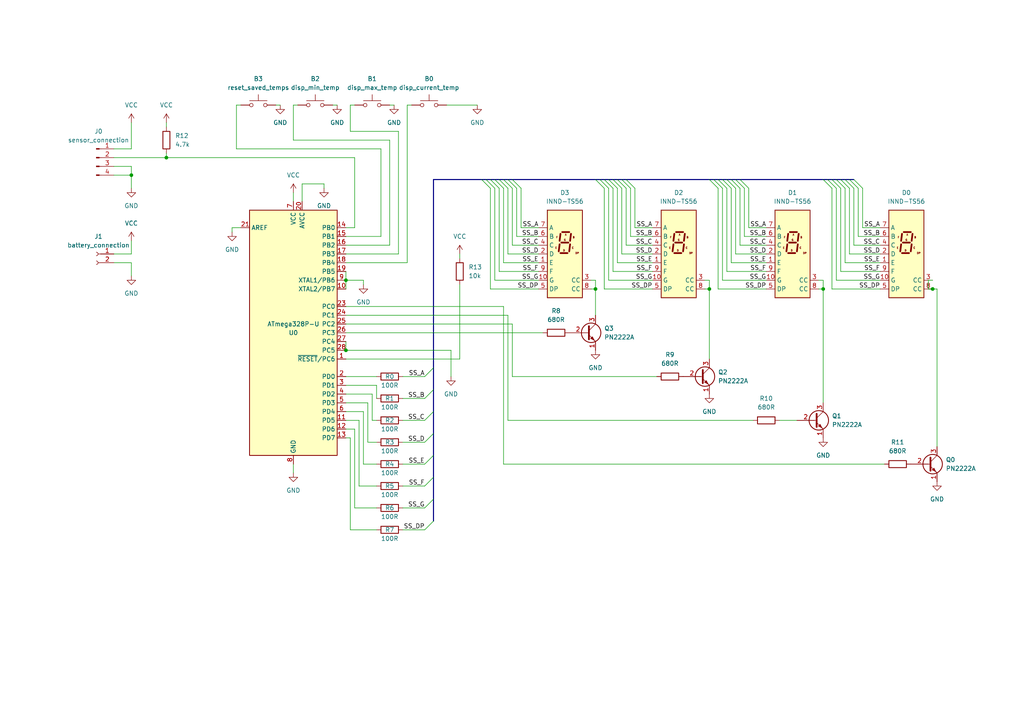
<source format=kicad_sch>
(kicad_sch (version 20211123) (generator eeschema)
  (paper "A4")
  (title_block (title "Digital Min/Max Thermometer") (date "2022-05-17") (rev "1"))
  (lib_symbols
    (symbol "Connector:Conn_01x02_Female" (pin_names (offset 1.016) hide)
      (property "Reference" "J" (at 0 2.54 0))
      (property "Value" "Conn_01x02_Female" (at 0 -5.08 0))
      (symbol "Conn_01x02_Female_1_1"
        (arc (start 0 -2.032) (mid -0.508 -2.54) (end 0 -3.048) (stroke (width 0.1524)))
        (polyline (pts (xy -1.27 -2.54) (xy -0.508 -2.54)) (stroke (width 0.1524)))
        (polyline (pts (xy -1.27 0) (xy -0.508 0)) (stroke (width 0.1524)))
        (arc (start 0 0.508) (mid -0.508 0) (end 0 -0.508) (stroke (width 0.1524)))
        (pin passive line (at -5.08 0 0) (length 3.81) (name "Pin_1") (number "1"))
        (pin passive line (at -5.08 -2.54 0) (length 3.81) (name "Pin_2") (number "2"))
      )
    )
    (symbol "Connector:Conn_01x04_Male" (pin_names (offset 1.016) hide)
      (property "Reference" "J" (at 0 5.08 0))
      (property "Value" "Conn_01x04_Male" (at 0 -7.62 0))
      (symbol "Conn_01x04_Male_1_1"
        (polyline (pts (xy 1.27 -5.08) (xy 0.8636 -5.08)) (stroke (width 0.1524)))
        (polyline (pts (xy 1.27 -2.54) (xy 0.8636 -2.54)) (stroke (width 0.1524)))
        (polyline (pts (xy 1.27 0) (xy 0.8636 0)) (stroke (width 0.1524)))
        (polyline (pts (xy 1.27 2.54) (xy 0.8636 2.54)) (stroke (width 0.1524)))
        (rectangle (start 0.8636 -4.953) (end 0 -5.207) (stroke (width 0.1524)) (fill (type outline)))
        (rectangle (start 0.8636 -2.413) (end 0 -2.667) (stroke (width 0.1524)) (fill (type outline)))
        (rectangle (start 0.8636 0.127) (end 0 -0.127) (stroke (width 0.1524)) (fill (type outline)))
        (rectangle (start 0.8636 2.667) (end 0 2.413) (stroke (width 0.1524)) (fill (type outline)))
        (pin passive line (at 5.08 2.54 180) (length 3.81) (name "Pin_1") (number "1"))
        (pin passive line (at 5.08 0 180) (length 3.81) (name "Pin_2") (number "2"))
        (pin passive line (at 5.08 -2.54 180) (length 3.81) (name "Pin_3") (number "3"))
        (pin passive line (at 5.08 -5.08 180) (length 3.81) (name "Pin_4") (number "4"))
      )
    )
    (symbol "Device:R" (pin_numbers hide) (pin_names (offset 0))
      (property "Reference" "R" (at 2.032 0 90))
      (property "Value" "R" (at 0 0 90))
      (symbol "R_0_1"
        (rectangle (start -1.016 -2.54) (end 1.016 2.54) (stroke (width 0.254)))
      )
      (symbol "R_1_1"
        (pin passive line (at 0 3.81 270) (length 1.27) (name "~") (number "1"))
        (pin passive line (at 0 -3.81 90) (length 1.27) (name "~") (number "2"))
      )
    )
    (symbol "Display_Character:D168K"
      (property "Reference" "U" (at -2.54 13.97 0))
      (property "Value" "D168K" (at 1.27 13.97 0))
      (symbol "D168K_0_0"
        (text "A" (at 0.254 5.588 0) (effects (font (size 0.508 0.508))))
        (text "B" (at 2.54 4.826 0) (effects (font (size 0.508 0.508))))
        (text "C" (at 2.286 1.778 0) (effects (font (size 0.508 0.508))))
        (text "D" (at -0.254 1.016 0) (effects (font (size 0.508 0.508))))
        (text "DP" (at 3.556 0.254 0) (effects (font (size 0.508 0.508))))
        (text "E" (at -2.54 1.778 0) (effects (font (size 0.508 0.508))))
        (text "F" (at -2.286 4.826 0) (effects (font (size 0.508 0.508))))
        (text "G" (at 0 4.064 0) (effects (font (size 0.508 0.508))))
      )
      (symbol "D168K_0_1"
        (rectangle (start -5.08 12.7) (end 5.08 -12.7) (stroke (width 0.254)) (fill (type background)))
        (polyline (pts (xy -1.524 2.794) (xy -1.778 0.762)) (stroke (width 0.508)))
        (polyline (pts (xy -1.27 0.254) (xy 0.762 0.254)) (stroke (width 0.508)))
        (polyline (pts (xy -1.27 5.842) (xy -1.524 3.81)) (stroke (width 0.508)))
        (polyline (pts (xy -1.016 3.302) (xy 1.016 3.302)) (stroke (width 0.508)))
        (polyline (pts (xy -0.762 6.35) (xy 1.27 6.35)) (stroke (width 0.508)))
        (polyline (pts (xy 1.524 2.794) (xy 1.27 0.762)) (stroke (width 0.508)))
        (polyline (pts (xy 1.778 5.842) (xy 1.524 3.81)) (stroke (width 0.508)))
        (polyline (pts (xy 2.54 0.254) (xy 2.54 0.254)) (stroke (width 0.508)))
      )
      (symbol "D168K_1_1"
        (pin input line (at -7.62 -2.54 0) (length 2.54) (name "E") (number "1"))
        (pin input line (at -7.62 -7.62 0) (length 2.54) (name "G") (number "10"))
        (pin input line (at -7.62 0 0) (length 2.54) (name "D") (number "2"))
        (pin input line (at 7.62 -7.62 180) (length 2.54) (name "CC") (number "3"))
        (pin input line (at -7.62 2.54 0) (length 2.54) (name "C") (number "4"))
        (pin input line (at -7.62 -10.16 0) (length 2.54) (name "DP") (number "5"))
        (pin input line (at -7.62 5.08 0) (length 2.54) (name "B") (number "6"))
        (pin input line (at -7.62 7.62 0) (length 2.54) (name "A") (number "7"))
        (pin input line (at 7.62 -10.16 180) (length 2.54) (name "CC") (number "8"))
        (pin input line (at -7.62 -5.08 0) (length 2.54) (name "F") (number "9"))
      )
    )
    (symbol "MCU_Microchip_ATmega:ATmega328P-P"
      (property "Reference" "U" (at -12.7 36.83 0))
      (property "Value" "ATmega328P-P" (at 2.54 -36.83 0))
      (symbol "ATmega328P-P_0_1"
        (rectangle (start -12.7 -35.56) (end 12.7 35.56) (stroke (width 0.254)) (fill (type background)))
      )
      (symbol "ATmega328P-P_1_1"
        (pin bidirectional line (at 15.24 -7.62 180) (length 2.54) (name "~{RESET}/PC6") (number "1"))
        (pin bidirectional line (at 15.24 12.7 180) (length 2.54) (name "XTAL2/PB7") (number "10"))
        (pin bidirectional line (at 15.24 -25.4 180) (length 2.54) (name "PD5") (number "11"))
        (pin bidirectional line (at 15.24 -27.94 180) (length 2.54) (name "PD6") (number "12"))
        (pin bidirectional line (at 15.24 -30.48 180) (length 2.54) (name "PD7") (number "13"))
        (pin bidirectional line (at 15.24 30.48 180) (length 2.54) (name "PB0") (number "14"))
        (pin bidirectional line (at 15.24 27.94 180) (length 2.54) (name "PB1") (number "15"))
        (pin bidirectional line (at 15.24 25.4 180) (length 2.54) (name "PB2") (number "16"))
        (pin bidirectional line (at 15.24 22.86 180) (length 2.54) (name "PB3") (number "17"))
        (pin bidirectional line (at 15.24 20.32 180) (length 2.54) (name "PB4") (number "18"))
        (pin bidirectional line (at 15.24 17.78 180) (length 2.54) (name "PB5") (number "19"))
        (pin bidirectional line (at 15.24 -12.7 180) (length 2.54) (name "PD0") (number "2"))
        (pin power_in line (at 2.54 38.1 270) (length 2.54) (name "AVCC") (number "20"))
        (pin passive line (at -15.24 30.48 0) (length 2.54) (name "AREF") (number "21"))
        (pin passive line (at 0 -38.1 90) (length 2.54) hide (name "GND") (number "22"))
        (pin bidirectional line (at 15.24 7.62 180) (length 2.54) (name "PC0") (number "23"))
        (pin bidirectional line (at 15.24 5.08 180) (length 2.54) (name "PC1") (number "24"))
        (pin bidirectional line (at 15.24 2.54 180) (length 2.54) (name "PC2") (number "25"))
        (pin bidirectional line (at 15.24 0 180) (length 2.54) (name "PC3") (number "26"))
        (pin bidirectional line (at 15.24 -2.54 180) (length 2.54) (name "PC4") (number "27"))
        (pin bidirectional line (at 15.24 -5.08 180) (length 2.54) (name "PC5") (number "28"))
        (pin bidirectional line (at 15.24 -15.24 180) (length 2.54) (name "PD1") (number "3"))
        (pin bidirectional line (at 15.24 -17.78 180) (length 2.54) (name "PD2") (number "4"))
        (pin bidirectional line (at 15.24 -20.32 180) (length 2.54) (name "PD3") (number "5"))
        (pin bidirectional line (at 15.24 -22.86 180) (length 2.54) (name "PD4") (number "6"))
        (pin power_in line (at 0 38.1 270) (length 2.54) (name "VCC") (number "7"))
        (pin power_in line (at 0 -38.1 90) (length 2.54) (name "GND") (number "8"))
        (pin bidirectional line (at 15.24 15.24 180) (length 2.54) (name "XTAL1/PB6") (number "9"))
      )
    )
    (symbol "Switch:SW_Push" (pin_numbers hide) (pin_names (offset 1.016) hide)
      (property "Reference" "SW" (at 1.27 2.54 0))
      (property "Value" "SW_Push" (at 0 -1.524 0))
      (symbol "SW_Push_0_1"
        (circle (center -2.032 0) (radius 0.508))
        (polyline (pts (xy 0 1.27) (xy 0 3.048)))
        (polyline (pts (xy 2.54 1.27) (xy -2.54 1.27)))
        (circle (center 2.032 0) (radius 0.508))
        (pin passive line (at -5.08 0 0) (length 2.54) (name "1") (number "1"))
        (pin passive line (at 5.08 0 180) (length 2.54) (name "2") (number "2"))
      )
    )
    (symbol "Transistor_BJT:PN2222A" (pin_names (offset 0) hide)
      (property "Reference" "Q" (at 5.08 1.905 0))
      (property "Value" "PN2222A" (at 5.08 0 0))
      (symbol "PN2222A_0_1"
        (polyline (pts (xy 0 0) (xy 0.635 0)))
        (polyline (pts (xy 2.54 -2.54) (xy 0.635 -0.635)))
        (polyline (pts (xy 2.54 2.54) (xy 0.635 0.635)))
        (polyline (pts (xy 0.635 1.905) (xy 0.635 -1.905) (xy 0.635 -1.905)) (stroke (width 0.508)))
        (polyline (pts (xy 2.413 -2.413) (xy 1.905 -1.905) (xy 1.905 -1.905)))
        (polyline (pts (xy 1.143 -1.651) (xy 1.651 -1.143) (xy 2.159 -2.159) (xy 1.143 -1.651) (xy 1.143 -1.651)) (fill (type outline)))
        (circle (center 1.27 0) (radius 2.8194) (stroke (width 0.254)))
      )
      (symbol "PN2222A_1_1"
        (pin passive line (at 2.54 -5.08 90) (length 2.54) (name "E") (number "1"))
        (pin input line (at -5.08 0 0) (length 5.08) (name "B") (number "2"))
        (pin passive line (at 2.54 5.08 270) (length 2.54) (name "C") (number "3"))
      )
    )
    (symbol "power:GND" (power) (pin_names (offset 0))
      (property "Value" "GND" (at 0 -3.81 0))
      (symbol "GND_0_1"
        (polyline (pts (xy 0 0) (xy 0 -1.27) (xy 1.27 -1.27) (xy 0 -2.54) (xy -1.27 -1.27) (xy 0 -1.27)))
      )
      (symbol "GND_1_1"
        (pin power_in line (at 0 0 270) (length 0) hide (name "GND") (number "1"))
      )
    )
    (symbol "power:VCC" (power) (pin_names (offset 0))
      (property "Value" "VCC" (at 0 3.81 0))
      (symbol "VCC_0_1"
        (polyline (pts (xy -0.762 1.27) (xy 0 2.54)))
        (polyline (pts (xy 0 0) (xy 0 2.54)))
        (polyline (pts (xy 0 2.54) (xy 0.762 1.27)))
      )
      (symbol "VCC_1_1"
        (pin power_in line (at 0 0 90) (length 0) hide (name "VCC") (number "1"))
      )
    )
  )
  (junction (at 100.33 81.28))
  (junction (at 48.26 45.72))
  (junction (at 270.51 83.82))
  (junction (at 238.76 83.82))
  (junction (at 205.74 83.82))
  (junction (at 100.33 101.6))
  (junction (at 38.1 50.8))
  (junction (at 172.72 83.82))
  (bus_entry (at 208.28 54.61) (size -2.54 -2.54))
  (bus_entry (at 209.55 54.61) (size -2.54 -2.54))
  (bus_entry (at 181.61 54.61) (size -2.54 -2.54))
  (bus_entry (at 182.88 54.61) (size -2.54 -2.54))
  (bus_entry (at 184.15 54.61) (size -2.54 -2.54))
  (bus_entry (at 175.26 54.61) (size -2.54 -2.54))
  (bus_entry (at 177.8 54.61) (size -2.54 -2.54))
  (bus_entry (at 176.53 54.61) (size -2.54 -2.54))
  (bus_entry (at 179.07 54.61) (size -2.54 -2.54))
  (bus_entry (at 180.34 54.61) (size -2.54 -2.54))
  (bus_entry (at 142.24 54.61) (size -2.54 -2.54))
  (bus_entry (at 143.51 54.61) (size -2.54 -2.54))
  (bus_entry (at 144.78 54.61) (size -2.54 -2.54))
  (bus_entry (at 146.05 54.61) (size -2.54 -2.54))
  (bus_entry (at 147.32 54.61) (size -2.54 -2.54))
  (bus_entry (at 148.59 54.61) (size -2.54 -2.54))
  (bus_entry (at 149.86 54.61) (size -2.54 -2.54))
  (bus_entry (at 151.13 54.61) (size -2.54 -2.54))
  (bus_entry (at 210.82 54.61) (size -2.54 -2.54))
  (bus_entry (at 212.09 54.61) (size -2.54 -2.54))
  (bus_entry (at 213.36 54.61) (size -2.54 -2.54))
  (bus_entry (at 214.63 54.61) (size -2.54 -2.54))
  (bus_entry (at 215.9 54.61) (size -2.54 -2.54))
  (bus_entry (at 217.17 54.61) (size -2.54 -2.54))
  (bus_entry (at 241.3 54.61) (size -2.54 -2.54))
  (bus_entry (at 242.57 54.61) (size -2.54 -2.54))
  (bus_entry (at 243.84 54.61) (size -2.54 -2.54))
  (bus_entry (at 245.11 54.61) (size -2.54 -2.54))
  (bus_entry (at 246.38 54.61) (size -2.54 -2.54))
  (bus_entry (at 247.65 54.61) (size -2.54 -2.54))
  (bus_entry (at 248.92 54.61) (size -2.54 -2.54))
  (bus_entry (at 250.19 54.61) (size -2.54 -2.54))
  (bus_entry (at 123.19 115.57) (size 2.54 -2.54))
  (bus_entry (at 123.19 109.22) (size 2.54 -2.54))
  (bus_entry (at 123.19 134.62) (size 2.54 -2.54))
  (bus_entry (at 123.19 140.97) (size 2.54 -2.54))
  (bus_entry (at 123.19 128.27) (size 2.54 -2.54))
  (bus_entry (at 123.19 121.92) (size 2.54 -2.54))
  (bus_entry (at 123.19 147.32) (size 2.54 -2.54))
  (bus_entry (at 123.19 153.67) (size 2.54 -2.54))
  (wire (pts (xy 148.59 54.61) (xy 148.59 71.12)))
  (wire (pts (xy 100.33 66.04) (xy 102.87 66.04)))
  (wire (pts (xy 175.26 54.61) (xy 175.26 83.82)))
  (wire (pts (xy 171.45 81.28) (xy 172.72 81.28)))
  (wire (pts (xy 106.68 116.84) (xy 106.68 128.27)))
  (wire (pts (xy 246.38 73.66) (xy 255.27 73.66)))
  (wire (pts (xy 144.78 78.74) (xy 144.78 54.61)))
  (wire (pts (xy 100.33 124.46) (xy 102.87 124.46)))
  (wire (pts (xy 146.05 88.9) (xy 100.33 88.9)))
  (wire (pts (xy 204.47 83.82) (xy 205.74 83.82)))
  (wire (pts (xy 177.8 78.74) (xy 189.23 78.74)))
  (wire (pts (xy 38.1 48.26) (xy 38.1 50.8)))
  (wire (pts (xy 101.6 30.48) (xy 101.6 38.1)))
  (wire (pts (xy 171.45 83.82) (xy 172.72 83.82)))
  (wire (pts (xy 38.1 50.8) (xy 38.1 54.61)))
  (wire (pts (xy 248.92 54.61) (xy 248.92 68.58)))
  (wire (pts (xy 142.24 83.82) (xy 156.21 83.82)))
  (wire (pts (xy 147.32 73.66) (xy 156.21 73.66)))
  (wire (pts (xy 93.98 53.34) (xy 93.98 54.61)))
  (wire (pts (xy 149.86 54.61) (xy 149.86 68.58)))
  (bus (pts (xy 238.76 52.07) (xy 240.03 52.07)))
  (wire (pts (xy 215.9 54.61) (xy 215.9 68.58)))
  (wire (pts (xy 214.63 71.12) (xy 222.25 71.12)))
  (wire (pts (xy 80.01 30.48) (xy 81.28 30.48)))
  (wire (pts (xy 209.55 54.61) (xy 209.55 81.28)))
  (bus (pts (xy 246.38 52.07) (xy 247.65 52.07)))
  (bus (pts (xy 125.73 106.68) (xy 125.73 113.03)))
  (bus (pts (xy 207.01 52.07) (xy 208.28 52.07)))
  (wire (pts (xy 100.33 96.52) (xy 157.48 96.52)))
  (wire (pts (xy 151.13 66.04) (xy 156.21 66.04)))
  (bus (pts (xy 125.73 113.03) (xy 125.73 119.38)))
  (wire (pts (xy 105.41 81.28) (xy 105.41 82.55)))
  (wire (pts (xy 116.84 128.27) (xy 123.19 128.27)))
  (wire (pts (xy 146.05 76.2) (xy 146.05 54.61)))
  (wire (pts (xy 68.58 43.18) (xy 110.49 43.18)))
  (wire (pts (xy 151.13 54.61) (xy 151.13 66.04)))
  (wire (pts (xy 33.02 48.26) (xy 38.1 48.26)))
  (wire (pts (xy 116.84 153.67) (xy 123.19 153.67)))
  (wire (pts (xy 133.35 74.93) (xy 133.35 73.66)))
  (wire (pts (xy 181.61 71.12) (xy 189.23 71.12)))
  (wire (pts (xy 215.9 68.58) (xy 222.25 68.58)))
  (wire (pts (xy 67.31 66.04) (xy 67.31 67.31)))
  (bus (pts (xy 173.99 52.07) (xy 175.26 52.07)))
  (wire (pts (xy 100.33 116.84) (xy 106.68 116.84)))
  (bus (pts (xy 125.73 52.07) (xy 139.7 52.07)))
  (bus (pts (xy 181.61 52.07) (xy 205.74 52.07)))
  (wire (pts (xy 100.33 76.2) (xy 118.11 76.2)))
  (wire (pts (xy 48.26 35.56) (xy 48.26 36.83)))
  (wire (pts (xy 85.09 55.88) (xy 85.09 58.42)))
  (wire (pts (xy 146.05 134.62) (xy 256.54 134.62)))
  (wire (pts (xy 147.32 54.61) (xy 147.32 73.66)))
  (wire (pts (xy 33.02 73.66) (xy 38.1 73.66)))
  (wire (pts (xy 100.33 101.6) (xy 130.81 101.6)))
  (wire (pts (xy 85.09 40.64) (xy 113.03 40.64)))
  (wire (pts (xy 208.28 83.82) (xy 222.25 83.82)))
  (wire (pts (xy 184.15 54.61) (xy 184.15 66.04)))
  (bus (pts (xy 208.28 52.07) (xy 209.55 52.07)))
  (wire (pts (xy 204.47 81.28) (xy 205.74 81.28)))
  (bus (pts (xy 148.59 52.07) (xy 172.72 52.07)))
  (wire (pts (xy 241.3 54.61) (xy 241.3 83.82)))
  (wire (pts (xy 33.02 45.72) (xy 48.26 45.72)))
  (wire (pts (xy 177.8 78.74) (xy 177.8 54.61)))
  (bus (pts (xy 146.05 52.07) (xy 147.32 52.07)))
  (wire (pts (xy 270.51 83.82) (xy 269.24 83.82)))
  (wire (pts (xy 250.19 66.04) (xy 255.27 66.04)))
  (wire (pts (xy 116.84 134.62) (xy 123.19 134.62)))
  (wire (pts (xy 110.49 43.18) (xy 110.49 68.58)))
  (wire (pts (xy 100.33 109.22) (xy 109.22 109.22)))
  (wire (pts (xy 271.78 83.82) (xy 271.78 129.54)))
  (wire (pts (xy 209.55 81.28) (xy 222.25 81.28)))
  (bus (pts (xy 143.51 52.07) (xy 144.78 52.07)))
  (wire (pts (xy 69.85 30.48) (xy 68.58 30.48)))
  (bus (pts (xy 125.73 138.43) (xy 125.73 144.78)))
  (wire (pts (xy 105.41 134.62) (xy 109.22 134.62)))
  (wire (pts (xy 113.03 40.64) (xy 113.03 71.12)))
  (wire (pts (xy 147.32 121.92) (xy 218.44 121.92)))
  (bus (pts (xy 125.73 52.07) (xy 125.73 106.68)))
  (wire (pts (xy 113.03 71.12) (xy 100.33 71.12)))
  (wire (pts (xy 69.85 66.04) (xy 67.31 66.04)))
  (wire (pts (xy 250.19 54.61) (xy 250.19 66.04)))
  (bus (pts (xy 179.07 52.07) (xy 180.34 52.07)))
  (bus (pts (xy 139.7 52.07) (xy 140.97 52.07)))
  (wire (pts (xy 102.87 30.48) (xy 101.6 30.48)))
  (wire (pts (xy 270.51 81.28) (xy 269.24 81.28)))
  (wire (pts (xy 182.88 54.61) (xy 182.88 68.58)))
  (wire (pts (xy 241.3 83.82) (xy 255.27 83.82)))
  (wire (pts (xy 242.57 54.61) (xy 242.57 81.28)))
  (wire (pts (xy 175.26 83.82) (xy 189.23 83.82)))
  (wire (pts (xy 238.76 81.28) (xy 238.76 83.82)))
  (bus (pts (xy 243.84 52.07) (xy 245.11 52.07)))
  (wire (pts (xy 246.38 54.61) (xy 246.38 73.66)))
  (bus (pts (xy 144.78 52.07) (xy 146.05 52.07)))
  (wire (pts (xy 182.88 68.58) (xy 189.23 68.58)))
  (wire (pts (xy 180.34 54.61) (xy 180.34 73.66)))
  (wire (pts (xy 107.95 121.92) (xy 109.22 121.92)))
  (wire (pts (xy 101.6 153.67) (xy 109.22 153.67)))
  (wire (pts (xy 106.68 128.27) (xy 109.22 128.27)))
  (wire (pts (xy 172.72 83.82) (xy 172.72 91.44)))
  (wire (pts (xy 85.09 134.62) (xy 85.09 137.16)))
  (wire (pts (xy 68.58 30.48) (xy 68.58 43.18)))
  (wire (pts (xy 237.49 83.82) (xy 238.76 83.82)))
  (wire (pts (xy 180.34 73.66) (xy 189.23 73.66)))
  (wire (pts (xy 102.87 124.46) (xy 102.87 147.32)))
  (wire (pts (xy 100.33 127) (xy 101.6 127)))
  (wire (pts (xy 148.59 71.12) (xy 156.21 71.12)))
  (wire (pts (xy 104.14 121.92) (xy 104.14 140.97)))
  (wire (pts (xy 146.05 134.62) (xy 146.05 88.9)))
  (wire (pts (xy 129.54 30.48) (xy 138.43 30.48)))
  (wire (pts (xy 148.59 109.22) (xy 190.5 109.22)))
  (wire (pts (xy 238.76 83.82) (xy 238.76 116.84)))
  (wire (pts (xy 100.33 114.3) (xy 107.95 114.3)))
  (wire (pts (xy 184.15 66.04) (xy 189.23 66.04)))
  (wire (pts (xy 109.22 111.76) (xy 109.22 115.57)))
  (bus (pts (xy 245.11 52.07) (xy 246.38 52.07)))
  (wire (pts (xy 247.65 71.12) (xy 255.27 71.12)))
  (wire (pts (xy 176.53 81.28) (xy 189.23 81.28)))
  (wire (pts (xy 237.49 81.28) (xy 238.76 81.28)))
  (wire (pts (xy 217.17 54.61) (xy 217.17 66.04)))
  (wire (pts (xy 38.1 50.8) (xy 33.02 50.8)))
  (wire (pts (xy 210.82 78.74) (xy 222.25 78.74)))
  (wire (pts (xy 100.33 91.44) (xy 147.32 91.44)))
  (wire (pts (xy 245.11 76.2) (xy 255.27 76.2)))
  (bus (pts (xy 210.82 52.07) (xy 212.09 52.07)))
  (wire (pts (xy 86.36 30.48) (xy 85.09 30.48)))
  (wire (pts (xy 179.07 76.2) (xy 179.07 54.61)))
  (wire (pts (xy 116.84 115.57) (xy 123.19 115.57)))
  (wire (pts (xy 115.57 38.1) (xy 115.57 73.66)))
  (wire (pts (xy 212.09 76.2) (xy 222.25 76.2)))
  (wire (pts (xy 102.87 45.72) (xy 102.87 66.04)))
  (wire (pts (xy 205.74 83.82) (xy 205.74 104.14)))
  (wire (pts (xy 269.24 81.28) (xy 269.24 83.82)))
  (wire (pts (xy 271.78 83.82) (xy 270.51 83.82)))
  (wire (pts (xy 104.14 140.97) (xy 109.22 140.97)))
  (wire (pts (xy 33.02 76.2) (xy 38.1 76.2)))
  (wire (pts (xy 205.74 81.28) (xy 205.74 83.82)))
  (wire (pts (xy 133.35 82.55) (xy 133.35 104.14)))
  (wire (pts (xy 176.53 54.61) (xy 176.53 81.28)))
  (bus (pts (xy 209.55 52.07) (xy 210.82 52.07)))
  (wire (pts (xy 48.26 45.72) (xy 102.87 45.72)))
  (wire (pts (xy 247.65 54.61) (xy 247.65 71.12)))
  (wire (pts (xy 118.11 76.2) (xy 118.11 30.48)))
  (wire (pts (xy 85.09 30.48) (xy 85.09 40.64)))
  (wire (pts (xy 143.51 54.61) (xy 143.51 81.28)))
  (bus (pts (xy 180.34 52.07) (xy 181.61 52.07)))
  (bus (pts (xy 125.73 144.78) (xy 125.73 151.13)))
  (wire (pts (xy 102.87 147.32) (xy 109.22 147.32)))
  (bus (pts (xy 177.8 52.07) (xy 179.07 52.07)))
  (wire (pts (xy 142.24 54.61) (xy 142.24 83.82)))
  (wire (pts (xy 105.41 119.38) (xy 105.41 134.62)))
  (wire (pts (xy 115.57 73.66) (xy 100.33 73.66)))
  (bus (pts (xy 240.03 52.07) (xy 241.3 52.07)))
  (wire (pts (xy 213.36 73.66) (xy 222.25 73.66)))
  (wire (pts (xy 144.78 78.74) (xy 156.21 78.74)))
  (bus (pts (xy 125.73 132.08) (xy 125.73 138.43)))
  (wire (pts (xy 101.6 38.1) (xy 115.57 38.1)))
  (wire (pts (xy 149.86 68.58) (xy 156.21 68.58)))
  (wire (pts (xy 181.61 54.61) (xy 181.61 71.12)))
  (wire (pts (xy 96.52 30.48) (xy 97.79 30.48)))
  (wire (pts (xy 116.84 147.32) (xy 123.19 147.32)))
  (wire (pts (xy 214.63 54.61) (xy 214.63 71.12)))
  (wire (pts (xy 113.03 30.48) (xy 114.3 30.48)))
  (wire (pts (xy 87.63 58.42) (xy 87.63 53.34)))
  (bus (pts (xy 125.73 119.38) (xy 125.73 125.73)))
  (bus (pts (xy 242.57 52.07) (xy 243.84 52.07)))
  (wire (pts (xy 100.33 81.28) (xy 100.33 83.82)))
  (wire (pts (xy 172.72 81.28) (xy 172.72 83.82)))
  (wire (pts (xy 148.59 109.22) (xy 148.59 93.98)))
  (wire (pts (xy 100.33 119.38) (xy 105.41 119.38)))
  (wire (pts (xy 116.84 121.92) (xy 123.19 121.92)))
  (bus (pts (xy 213.36 52.07) (xy 214.63 52.07)))
  (bus (pts (xy 212.09 52.07) (xy 213.36 52.07)))
  (wire (pts (xy 100.33 81.28) (xy 105.41 81.28)))
  (wire (pts (xy 33.02 43.18) (xy 38.1 43.18)))
  (wire (pts (xy 210.82 78.74) (xy 210.82 54.61)))
  (bus (pts (xy 214.63 52.07) (xy 238.76 52.07)))
  (wire (pts (xy 147.32 121.92) (xy 147.32 91.44)))
  (wire (pts (xy 100.33 111.76) (xy 109.22 111.76)))
  (wire (pts (xy 87.63 53.34) (xy 93.98 53.34)))
  (bus (pts (xy 172.72 52.07) (xy 173.99 52.07)))
  (wire (pts (xy 48.26 44.45) (xy 48.26 45.72)))
  (wire (pts (xy 148.59 93.98) (xy 100.33 93.98)))
  (wire (pts (xy 208.28 54.61) (xy 208.28 83.82)))
  (wire (pts (xy 213.36 54.61) (xy 213.36 73.66)))
  (bus (pts (xy 175.26 52.07) (xy 176.53 52.07)))
  (wire (pts (xy 143.51 81.28) (xy 156.21 81.28)))
  (bus (pts (xy 241.3 52.07) (xy 242.57 52.07)))
  (bus (pts (xy 140.97 52.07) (xy 142.24 52.07)))
  (wire (pts (xy 243.84 78.74) (xy 243.84 54.61)))
  (wire (pts (xy 101.6 127) (xy 101.6 153.67)))
  (wire (pts (xy 248.92 68.58) (xy 255.27 68.58)))
  (wire (pts (xy 100.33 104.14) (xy 133.35 104.14)))
  (wire (pts (xy 217.17 66.04) (xy 222.25 66.04)))
  (bus (pts (xy 176.53 52.07) (xy 177.8 52.07)))
  (wire (pts (xy 116.84 140.97) (xy 123.19 140.97)))
  (wire (pts (xy 38.1 35.56) (xy 38.1 43.18)))
  (wire (pts (xy 110.49 68.58) (xy 100.33 68.58)))
  (wire (pts (xy 146.05 76.2) (xy 156.21 76.2)))
  (wire (pts (xy 107.95 114.3) (xy 107.95 121.92)))
  (bus (pts (xy 147.32 52.07) (xy 148.59 52.07)))
  (wire (pts (xy 100.33 121.92) (xy 104.14 121.92)))
  (wire (pts (xy 100.33 99.06) (xy 100.33 101.6)))
  (wire (pts (xy 212.09 76.2) (xy 212.09 54.61)))
  (wire (pts (xy 38.1 69.85) (xy 38.1 73.66)))
  (bus (pts (xy 205.74 52.07) (xy 207.01 52.07)))
  (wire (pts (xy 38.1 76.2) (xy 38.1 80.01)))
  (bus (pts (xy 125.73 125.73) (xy 125.73 132.08)))
  (wire (pts (xy 245.11 76.2) (xy 245.11 54.61)))
  (wire (pts (xy 242.57 81.28) (xy 255.27 81.28)))
  (wire (pts (xy 116.84 109.22) (xy 123.19 109.22)))
  (wire (pts (xy 226.06 121.92) (xy 231.14 121.92)))
  (wire (pts (xy 130.81 101.6) (xy 130.81 109.22)))
  (wire (pts (xy 179.07 76.2) (xy 189.23 76.2)))
  (wire (pts (xy 118.11 30.48) (xy 119.38 30.48)))
  (wire (pts (xy 100.33 78.74) (xy 100.33 81.28)))
  (bus (pts (xy 142.24 52.07) (xy 143.51 52.07)))
  (wire (pts (xy 243.84 78.74) (xy 255.27 78.74)))
  (label "SS_D" (at 222.25 73.66 180))
  (label "SS_B" (at 189.23 68.58 180))
  (label "SS_D" (at 123.19 128.27 180))
  (label "SS_C" (at 255.27 71.12 180))
  (label "SS_D" (at 156.21 73.66 180))
  (label "SS_G" (at 123.19 147.32 180))
  (label "SS_G" (at 222.25 81.28 180))
  (label "SS_A" (at 222.25 66.04 180))
  (label "SS_G" (at 255.27 81.28 180))
  (label "SS_E" (at 156.21 76.2 180))
  (label "SS_A" (at 156.21 66.04 180))
  (label "SS_D" (at 189.23 73.66 180))
  (label "SS_A" (at 123.19 109.22 180))
  (label "SS_A" (at 189.23 66.04 180))
  (label "SS_B" (at 255.27 68.58 180))
  (label "SS_F" (at 156.21 78.74 180))
  (label "SS_F" (at 123.19 140.97 180))
  (label "SS_A" (at 255.27 66.04 180))
  (label "SS_C" (at 156.21 71.12 180))
  (label "SS_DP" (at 255.27 83.82 180))
  (label "SS_G" (at 189.23 81.28 180))
  (label "SS_E" (at 123.19 134.62 180))
  (label "SS_F" (at 222.25 78.74 180))
  (label "SS_F" (at 189.23 78.74 180))
  (label "SS_B" (at 123.19 115.57 180))
  (label "SS_DP" (at 189.23 83.82 180))
  (label "SS_C" (at 222.25 71.12 180))
  (label "SS_C" (at 189.23 71.12 180))
  (label "SS_DP" (at 123.19 153.67 180))
  (label "SS_D" (at 255.27 73.66 180))
  (label "SS_E" (at 189.23 76.2 180))
  (label "SS_G" (at 156.21 81.28 180))
  (label "SS_DP" (at 156.21 83.82 180))
  (label "SS_DP" (at 222.25 83.82 180))
  (label "SS_B" (at 156.21 68.58 180))
  (label "SS_E" (at 222.25 76.2 180))
  (label "SS_C" (at 123.19 121.92 180))
  (label "SS_E" (at 255.27 76.2 180))
  (label "SS_F" (at 255.27 78.74 180))
  (label "SS_B" (at 222.25 68.58 180))
  (symbol (lib_id "Switch:SW_Push") (at 124.46 30.48 0) (unit 1)
    (property "Reference" "B0" (at 124.46 22.86 0))
    (property "Value" "disp_current_temp" (at 124.46 25.4 0))
    (property "Footprint" "Button_Switch_THT:SW_PUSH_6mm_H9.5mm" (effects hide))
  )
  (symbol (lib_id "Device:R") (at 133.35 78.74 180) (unit 1)
    (property "Reference" "R13" (at 135.89 77.4699 0) (effects (justify right)))
    (property "Value" "10k" (at 135.89 80.0099 0) (effects (justify right)))
    (property "Footprint" "Resistor_THT:R_Axial_DIN0207_L6.3mm_D2.5mm_P7.62mm_Horizontal" (effects hide))
  )
  (symbol (lib_id "Device:R") (at 113.03 134.62 90) (unit 1)
    (property "Reference" "R4" (at 113.03 134.62 90))
    (property "Value" "100R" (at 113.03 137.16 90))
    (property "Footprint" "Resistor_THT:R_Axial_DIN0207_L6.3mm_D2.5mm_P7.62mm_Horizontal" (effects hide))
  )
  (symbol (lib_id "Device:R") (at 260.35 134.62 90) (unit 1)
    (property "Reference" "R11" (at 260.35 128.27 90))
    (property "Value" "680R" (at 260.35 130.81 90))
    (property "Footprint" "Resistor_THT:R_Axial_DIN0207_L6.3mm_D2.5mm_P7.62mm_Horizontal" (effects hide))
  )
  (symbol (lib_id "Device:R") (at 194.31 109.22 90) (unit 1)
    (property "Reference" "R9" (at 194.31 102.87 90))
    (property "Value" "680R" (at 194.31 105.41 90))
    (property "Footprint" "Resistor_THT:R_Axial_DIN0207_L6.3mm_D2.5mm_P7.62mm_Horizontal" (effects hide))
  )
  (symbol (lib_id "Transistor_BJT:PN2222A") (at 203.2 109.22 0) (unit 1)
    (property "Reference" "Q2" (at 208.28 107.9499 0) (effects (justify left)))
    (property "Value" "PN2222A" (at 208.28 110.4899 0) (effects (justify left)))
    (property "Footprint" "Package_TO_SOT_THT:TO-92_Inline" (effects hide))
    (property "Datasheet" "https://www.onsemi.com/pub/Collateral/PN2222-D.PDF" (effects hide))
  )
  (symbol (lib_id "power:VCC") (at 38.1 69.85 0) (unit 1)
    (property "Reference" "#PWR0110" (effects hide))
    (property "Value" "VCC" (at 38.1 64.77 0))
  )
  (symbol (lib_id "Switch:SW_Push") (at 91.44 30.48 0) (unit 1)
    (property "Reference" "B2" (at 91.44 22.86 0))
    (property "Value" "disp_min_temp" (at 91.44 25.4 0))
    (property "Footprint" "Button_Switch_THT:SW_PUSH_6mm_H9.5mm" (effects hide))
  )
  (symbol (lib_id "Transistor_BJT:PN2222A") (at 170.18 96.52 0) (unit 1)
    (property "Reference" "Q3" (at 175.26 95.2499 0) (effects (justify left)))
    (property "Value" "PN2222A" (at 175.26 97.7899 0) (effects (justify left)))
    (property "Footprint" "Package_TO_SOT_THT:TO-92_Inline" (effects hide))
    (property "Datasheet" "https://www.onsemi.com/pub/Collateral/PN2222-D.PDF" (effects hide))
  )
  (symbol (lib_id "power:GND") (at 205.74 114.3 0) (unit 1)
    (property "Reference" "#PWR0102" (effects hide))
    (property "Value" "GND" (at 205.74 119.38 0))
  )
  (symbol (lib_id "Display_Character:D168K") (at 163.83 73.66 0) (unit 1)
    (property "Reference" "D3" (at 163.83 55.88 0))
    (property "Value" "INND-TS56" (at 163.83 58.42 0))
    (property "Footprint" "Display_7Segment:D1X8K" (effects hide))
    (property "Datasheet" "https://ia800903.us.archive.org/24/items/CTKD1x8K/Cromatek%20D168K.pdf" (effects hide))
  )
  (symbol (lib_id "Device:R") (at 222.25 121.92 90) (unit 1)
    (property "Reference" "R10" (at 222.25 115.57 90))
    (property "Value" "680R" (at 222.25 118.11 90))
    (property "Footprint" "Resistor_THT:R_Axial_DIN0207_L6.3mm_D2.5mm_P7.62mm_Horizontal" (effects hide))
  )
  (symbol (lib_id "power:VCC") (at 85.09 55.88 0) (unit 1)
    (property "Reference" "#PWR0113" (effects hide))
    (property "Value" "VCC" (at 85.09 50.8 0))
  )
  (symbol (lib_id "power:GND") (at 271.78 139.7 0) (unit 1)
    (property "Reference" "#PWR0104" (effects hide))
    (property "Value" "GND" (at 271.78 144.78 0))
  )
  (symbol (lib_id "power:GND") (at 130.81 109.22 0) (unit 1)
    (property "Reference" "#PWR?" (effects hide))
    (property "Value" "GND" (at 130.81 114.3 0))
  )
  (symbol (lib_id "power:GND") (at 138.43 30.48 0) (unit 1)
    (property "Reference" "#PWR0106" (effects hide))
    (property "Value" "GND" (at 138.43 35.56 0))
  )
  (symbol (lib_id "Device:R") (at 48.26 40.64 0) (unit 1)
    (property "Reference" "R12" (at 50.8 39.3699 0) (effects (justify left)))
    (property "Value" "4.7k" (at 50.8 41.9099 0) (effects (justify left)))
    (property "Footprint" "Resistor_THT:R_Axial_DIN0207_L6.3mm_D2.5mm_P7.62mm_Horizontal" (effects hide))
  )
  (symbol (lib_id "power:GND") (at 81.28 30.48 0) (unit 1)
    (property "Reference" "#PWR0114" (effects hide))
    (property "Value" "GND" (at 81.28 35.56 0))
  )
  (symbol (lib_id "power:GND") (at 85.09 137.16 0) (unit 1)
    (property "Reference" "#PWR0108" (effects hide))
    (property "Value" "GND" (at 85.09 142.24 0))
  )
  (symbol (lib_id "Switch:SW_Push") (at 74.93 30.48 0) (unit 1)
    (property "Reference" "B3" (at 74.93 22.86 0))
    (property "Value" "reset_saved_temps" (at 74.93 25.4 0))
    (property "Footprint" "Button_Switch_THT:SW_PUSH_6mm_H9.5mm" (effects hide))
  )
  (symbol (lib_id "Connector:Conn_01x04_Male") (at 27.94 45.72 0) (unit 1)
    (property "Reference" "J0" (at 28.575 38.1 0))
    (property "Value" "sensor_connection" (at 28.575 40.64 0))
    (property "Footprint" "Connector_PinHeader_2.54mm:PinHeader_1x04_P2.54mm_Vertical" (effects hide))
  )
  (symbol (lib_id "power:VCC") (at 133.35 73.66 0) (unit 1)
    (property "Reference" "#PWR0107" (effects hide))
    (property "Value" "VCC" (at 133.35 68.58 0))
  )
  (symbol (lib_id "power:GND") (at 172.72 101.6 0) (unit 1)
    (property "Reference" "#PWR0103" (effects hide))
    (property "Value" "GND" (at 172.72 106.68 0))
  )
  (symbol (lib_id "Display_Character:D168K") (at 229.87 73.66 0) (unit 1)
    (property "Reference" "D1" (at 229.87 55.88 0))
    (property "Value" "INND-TS56" (at 229.87 58.42 0))
    (property "Footprint" "Display_7Segment:D1X8K" (effects hide))
    (property "Datasheet" "https://ia800903.us.archive.org/24/items/CTKD1x8K/Cromatek%20D168K.pdf" (effects hide))
  )
  (symbol (lib_id "power:GND") (at 38.1 80.01 0) (unit 1)
    (property "Reference" "#PWR0111" (effects hide))
    (property "Value" "GND" (at 38.1 85.09 0))
  )
  (symbol (lib_id "MCU_Microchip_ATmega:ATmega328P-P") (at 85.09 96.52 0) (unit 1)
    (property "Reference" "U0" (at 85.09 96.52 0))
    (property "Value" "ATmega328P-U" (at 85.09 93.98 0))
    (property "Footprint" "Package_DIP:DIP-28_W7.62mm" (effects hide))
    (property "Datasheet" "http://ww1.microchip.com/downloads/en/DeviceDoc/ATmega328_P%20AVR%20MCU%20with%20picoPower%20Technology%20Data%20Sheet%2040001984A.pdf" (effects hide))
  )
  (symbol (lib_id "power:GND") (at 105.41 82.55 0) (unit 1)
    (property "Reference" "#PWR?" (effects hide))
    (property "Value" "GND" (at 105.41 87.63 0))
  )
  (symbol (lib_id "power:VCC") (at 38.1 35.56 0) (unit 1)
    (property "Reference" "#PWR0116" (effects hide))
    (property "Value" "VCC" (at 38.1 30.48 0))
  )
  (symbol (lib_id "Transistor_BJT:PN2222A") (at 269.24 134.62 0) (unit 1)
    (property "Reference" "Q0" (at 274.32 133.3499 0) (effects (justify left)))
    (property "Value" "PN2222A" (at 274.32 135.8899 0) (effects (justify left)))
    (property "Footprint" "Package_TO_SOT_THT:TO-92_Inline" (effects hide))
    (property "Datasheet" "https://www.onsemi.com/pub/Collateral/PN2222-D.PDF" (effects hide))
  )
  (symbol (lib_id "Device:R") (at 161.29 96.52 90) (unit 1)
    (property "Reference" "R8" (at 161.29 90.17 90))
    (property "Value" "680R" (at 161.29 92.71 90))
    (property "Footprint" "Resistor_THT:R_Axial_DIN0207_L6.3mm_D2.5mm_P7.62mm_Horizontal" (effects hide))
  )
  (symbol (lib_id "power:GND") (at 67.31 67.31 0) (unit 1)
    (property "Reference" "#PWR?" (effects hide))
    (property "Value" "GND" (at 67.31 72.39 0))
  )
  (symbol (lib_id "power:GND") (at 238.76 127 0) (unit 1)
    (property "Reference" "#PWR0101" (effects hide))
    (property "Value" "GND" (at 238.76 132.08 0))
  )
  (symbol (lib_id "Device:R") (at 113.03 128.27 90) (unit 1)
    (property "Reference" "R3" (at 113.03 128.27 90))
    (property "Value" "100R" (at 113.03 130.81 90))
    (property "Footprint" "Resistor_THT:R_Axial_DIN0207_L6.3mm_D2.5mm_P7.62mm_Horizontal" (effects hide))
  )
  (symbol (lib_id "power:VCC") (at 48.26 35.56 0) (unit 1)
    (property "Reference" "#PWR0115" (effects hide))
    (property "Value" "VCC" (at 48.26 30.48 0))
  )
  (symbol (lib_id "power:GND") (at 114.3 30.48 0) (unit 1)
    (property "Reference" "#PWR0105" (effects hide))
    (property "Value" "GND" (at 114.3 35.56 0))
  )
  (symbol (lib_id "power:GND") (at 38.1 54.61 0) (unit 1)
    (property "Reference" "#PWR0109" (effects hide))
    (property "Value" "GND" (at 38.1 59.69 0))
  )
  (symbol (lib_id "Device:R") (at 113.03 140.97 90) (unit 1)
    (property "Reference" "R5" (at 113.03 140.97 90))
    (property "Value" "100R" (at 113.03 143.51 90))
    (property "Footprint" "Resistor_THT:R_Axial_DIN0207_L6.3mm_D2.5mm_P7.62mm_Horizontal" (effects hide))
  )
  (symbol (lib_id "Device:R") (at 113.03 147.32 90) (unit 1)
    (property "Reference" "R6" (at 113.03 147.32 90))
    (property "Value" "100R" (at 113.03 149.86 90))
    (property "Footprint" "Resistor_THT:R_Axial_DIN0207_L6.3mm_D2.5mm_P7.62mm_Horizontal" (effects hide))
  )
  (symbol (lib_id "power:GND") (at 93.98 54.61 0) (unit 1)
    (property "Reference" "#PWR?" (effects hide))
    (property "Value" "GND" (at 93.98 59.69 0))
  )
  (symbol (lib_id "Device:R") (at 113.03 115.57 90) (unit 1)
    (property "Reference" "R1" (at 113.03 115.57 90))
    (property "Value" "100R" (at 113.03 118.11 90))
    (property "Footprint" "Resistor_THT:R_Axial_DIN0207_L6.3mm_D2.5mm_P7.62mm_Horizontal" (effects hide))
  )
  (symbol (lib_id "Switch:SW_Push") (at 107.95 30.48 0) (unit 1)
    (property "Reference" "B1" (at 107.95 22.86 0))
    (property "Value" "disp_max_temp" (at 107.95 25.4 0))
    (property "Footprint" "Button_Switch_THT:SW_PUSH_6mm_H9.5mm" (effects hide))
  )
  (symbol (lib_id "power:GND") (at 97.79 30.48 0) (unit 1)
    (property "Reference" "#PWR0112" (effects hide))
    (property "Value" "GND" (at 97.79 35.56 0))
  )
  (symbol (lib_id "Display_Character:D168K") (at 262.89 73.66 0) (unit 1)
    (property "Reference" "D0" (at 262.89 55.88 0))
    (property "Value" "INND-TS56" (at 262.89 58.42 0))
    (property "Footprint" "Display_7Segment:D1X8K" (effects hide))
    (property "Datasheet" "https://ia800903.us.archive.org/24/items/CTKD1x8K/Cromatek%20D168K.pdf" (effects hide))
  )
  (symbol (lib_id "Device:R") (at 113.03 153.67 90) (unit 1)
    (property "Reference" "R7" (at 113.03 153.67 90))
    (property "Value" "100R" (at 113.03 156.21 90))
    (property "Footprint" "Resistor_THT:R_Axial_DIN0207_L6.3mm_D2.5mm_P7.62mm_Horizontal" (effects hide))
  )
  (symbol (lib_id "Transistor_BJT:PN2222A") (at 236.22 121.92 0) (unit 1)
    (property "Reference" "Q1" (at 241.3 120.6499 0) (effects (justify left)))
    (property "Value" "PN2222A" (at 241.3 123.1899 0) (effects (justify left)))
    (property "Footprint" "Package_TO_SOT_THT:TO-92_Inline" (effects hide))
    (property "Datasheet" "https://www.onsemi.com/pub/Collateral/PN2222-D.PDF" (effects hide))
  )
  (symbol (lib_id "Display_Character:D168K") (at 196.85 73.66 0) (unit 1)
    (property "Reference" "D2" (at 196.85 55.88 0))
    (property "Value" "INND-TS56" (at 196.85 58.42 0))
    (property "Footprint" "Display_7Segment:D1X8K" (effects hide))
    (property "Datasheet" "https://ia800903.us.archive.org/24/items/CTKD1x8K/Cromatek%20D168K.pdf" (effects hide))
  )
  (symbol (lib_id "Device:R") (at 113.03 121.92 90) (unit 1)
    (property "Reference" "R2" (at 113.03 121.92 90))
    (property "Value" "100R" (at 113.03 124.46 90))
    (property "Footprint" "Resistor_THT:R_Axial_DIN0207_L6.3mm_D2.5mm_P7.62mm_Horizontal" (effects hide))
  )
  (symbol (lib_id "Device:R") (at 113.03 109.22 90) (unit 1)
    (property "Reference" "R0" (at 113.03 109.22 90))
    (property "Value" "100R" (at 113.03 111.76 90))
    (property "Footprint" "Resistor_THT:R_Axial_DIN0207_L6.3mm_D2.5mm_P7.62mm_Horizontal" (effects hide))
  )
  (symbol (lib_id "Connector:Conn_01x02_Female") (at 27.94 73.66 0) (mirror y) (unit 1)
    (property "Reference" "J1" (at 28.575 68.58 0))
    (property "Value" "battery_connection" (at 28.575 71.12 0))
    (property "Footprint" "Connector_PinHeader_2.54mm:PinHeader_1x02_P2.54mm_Vertical" (effects hide))
  )
)
</source>
